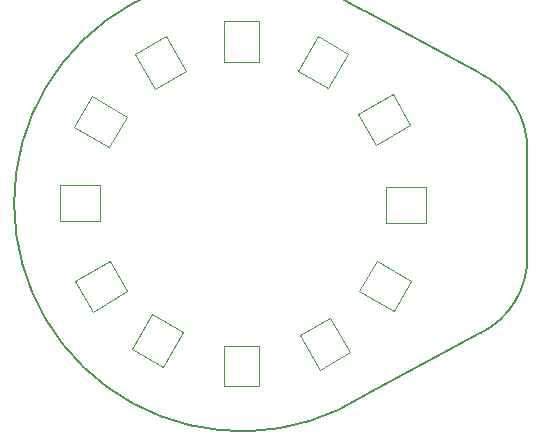
<source format=gbr>
%TF.GenerationSoftware,KiCad,Pcbnew,(6.0.2)*%
%TF.CreationDate,2022-04-26T00:42:37+10:00*%
%TF.ProjectId,adapter,61646170-7465-4722-9e6b-696361645f70,1.2*%
%TF.SameCoordinates,Original*%
%TF.FileFunction,Profile,NP*%
%FSLAX46Y46*%
G04 Gerber Fmt 4.6, Leading zero omitted, Abs format (unit mm)*
G04 Created by KiCad (PCBNEW (6.0.2)) date 2022-04-26 00:42:37*
%MOMM*%
%LPD*%
G01*
G04 APERTURE LIST*
%TA.AperFunction,Profile*%
%ADD10C,0.200000*%
%TD*%
%TA.AperFunction,Profile*%
%ADD11C,0.120000*%
%TD*%
G04 APERTURE END LIST*
D10*
X72500000Y-54600000D02*
X62750000Y-59850000D01*
X62750000Y-27350000D02*
X72500000Y-32600000D01*
X62750000Y-27350000D02*
G75*
G03*
X33049743Y-43600000I-10404671J-16249999D01*
G01*
X33049743Y-43600000D02*
G75*
G03*
X62750000Y-59850000I19295586J-1D01*
G01*
X72500000Y-54600000D02*
G75*
G03*
X76500000Y-48100000I-3101476J6389370D01*
G01*
X76500000Y-39100000D02*
G75*
G03*
X72500000Y-32600000I-7101476J110630D01*
G01*
X76500000Y-39100000D02*
X76500000Y-48100000D01*
D11*
%TO.C,D5*%
X39691757Y-52757038D02*
X42636243Y-51057038D01*
X42636243Y-51057038D02*
X41136243Y-48458962D01*
X41136243Y-48458962D02*
X38191757Y-50158962D01*
X38191757Y-50158962D02*
X39691757Y-52757038D01*
%TO.C,D11*%
X63652757Y-38649038D02*
X66597243Y-36949038D01*
X66597243Y-36949038D02*
X65097243Y-34350962D01*
X62152757Y-36050962D02*
X63652757Y-38649038D01*
X65097243Y-34350962D02*
X62152757Y-36050962D01*
%TO.C,D4*%
X47349038Y-54477757D02*
X44750962Y-52977757D01*
X45649038Y-57422243D02*
X47349038Y-54477757D01*
X44750962Y-52977757D02*
X43050962Y-55922243D01*
X43050962Y-55922243D02*
X45649038Y-57422243D01*
%TO.C,D7*%
X38164119Y-37149038D02*
X41108605Y-38849038D01*
X42608605Y-36250962D02*
X39664119Y-34550962D01*
X39664119Y-34550962D02*
X38164119Y-37149038D01*
X41108605Y-38849038D02*
X42608605Y-36250962D01*
%TO.C,D8*%
X45898285Y-29438757D02*
X43300209Y-30938757D01*
X47598285Y-32383243D02*
X45898285Y-29438757D01*
X43300209Y-30938757D02*
X45000209Y-33883243D01*
X45000209Y-33883243D02*
X47598285Y-32383243D01*
%TO.C,D10*%
X59649038Y-33872243D02*
X61349038Y-30927757D01*
X58750962Y-29427757D02*
X57050962Y-32372243D01*
X61349038Y-30927757D02*
X58750962Y-29427757D01*
X57050962Y-32372243D02*
X59649038Y-33872243D01*
%TO.C,D6*%
X40339000Y-45058000D02*
X40339000Y-42058000D01*
X36939000Y-42058000D02*
X36939000Y-45058000D01*
X40339000Y-42058000D02*
X36939000Y-42058000D01*
X36939000Y-45058000D02*
X40339000Y-45058000D01*
%TO.C,D9*%
X53822000Y-31600000D02*
X53822000Y-28200000D01*
X50822000Y-31600000D02*
X53822000Y-31600000D01*
X53822000Y-28200000D02*
X50822000Y-28200000D01*
X50822000Y-28200000D02*
X50822000Y-31600000D01*
%TO.C,D2*%
X57230962Y-54777757D02*
X58930962Y-57722243D01*
X61529038Y-56222243D02*
X59829038Y-53277757D01*
X59829038Y-53277757D02*
X57230962Y-54777757D01*
X58930962Y-57722243D02*
X61529038Y-56222243D01*
%TO.C,D12*%
X64550000Y-42250000D02*
X64550000Y-45250000D01*
X64550000Y-45250000D02*
X67950000Y-45250000D01*
X67950000Y-45250000D02*
X67950000Y-42250000D01*
X67950000Y-42250000D02*
X64550000Y-42250000D01*
%TO.C,D3*%
X50822000Y-59090000D02*
X53822000Y-59090000D01*
X50822000Y-55690000D02*
X50822000Y-59090000D01*
X53822000Y-55690000D02*
X50822000Y-55690000D01*
X53822000Y-59090000D02*
X53822000Y-55690000D01*
%TO.C,D1*%
X65185881Y-52749038D02*
X66685881Y-50150962D01*
X62241395Y-51049038D02*
X65185881Y-52749038D01*
X63741395Y-48450962D02*
X62241395Y-51049038D01*
X66685881Y-50150962D02*
X63741395Y-48450962D01*
%TD*%
M02*

</source>
